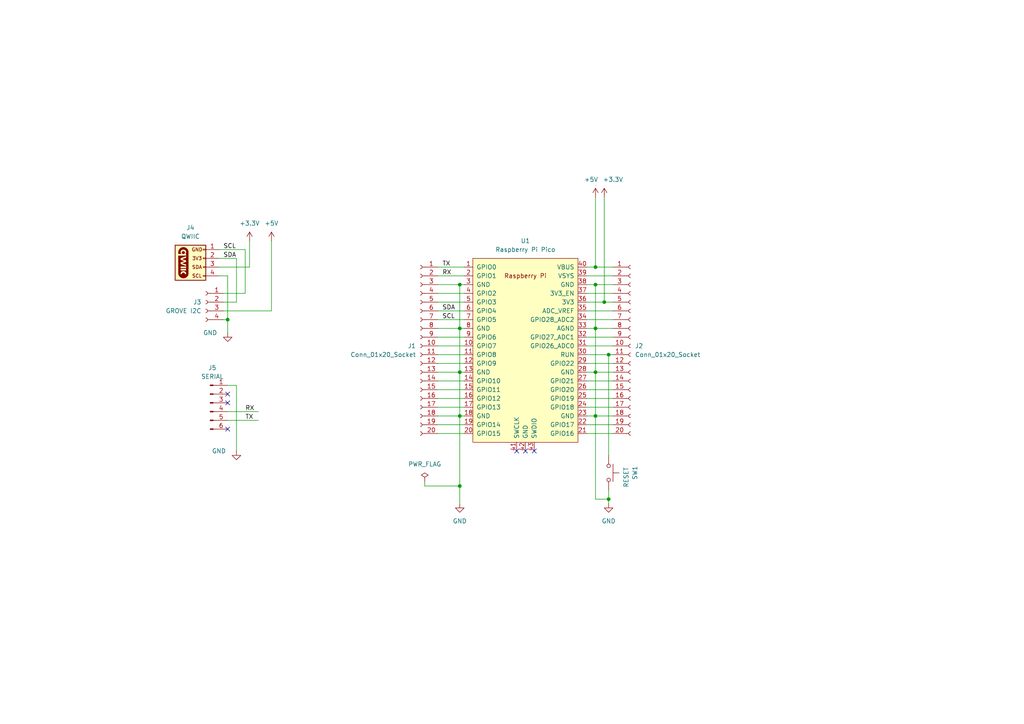
<source format=kicad_sch>
(kicad_sch (version 20230121) (generator eeschema)
  (paper "A4")
  (title_block (title "Raspberry Pi Pico Breadboard") (date "2024-10-26"))
  (lib_symbols
    (symbol "Connector:Conn_01x04_Socket" (pin_names (offset 1.016) hide)
      (property "Reference" "J" (at 0 5.08 0))
      (property "Value" "Conn_01x04_Socket" (at 0 -7.62 0))
      (symbol "Conn_01x04_Socket_1_1"
        (arc (start 0 -4.572) (mid -0.5058 -5.08) (end 0 -5.588) (stroke (width 0.1524)))
        (arc (start 0 -2.032) (mid -0.5058 -2.54) (end 0 -3.048) (stroke (width 0.1524)))
        (polyline (pts (xy -1.27 -5.08) (xy -0.508 -5.08)) (stroke (width 0.1524)))
        (polyline (pts (xy -1.27 -2.54) (xy -0.508 -2.54)) (stroke (width 0.1524)))
        (polyline (pts (xy -1.27 0) (xy -0.508 0)) (stroke (width 0.1524)))
        (polyline (pts (xy -1.27 2.54) (xy -0.508 2.54)) (stroke (width 0.1524)))
        (arc (start 0 0.508) (mid -0.5058 0) (end 0 -0.508) (stroke (width 0.1524)))
        (arc (start 0 3.048) (mid -0.5058 2.54) (end 0 2.032) (stroke (width 0.1524)))
        (pin passive line (at -5.08 2.54 0) (length 3.81) (name "Pin_1") (number "1"))
        (pin passive line (at -5.08 0 0) (length 3.81) (name "Pin_2") (number "2"))
        (pin passive line (at -5.08 -2.54 0) (length 3.81) (name "Pin_3") (number "3"))
        (pin passive line (at -5.08 -5.08 0) (length 3.81) (name "Pin_4") (number "4"))
      )
    )
    (symbol "Connector:Conn_01x06_Pin" (pin_names (offset 1.016) hide)
      (property "Reference" "J" (at 0 7.62 0))
      (property "Value" "Conn_01x06_Pin" (at 0 -10.16 0))
      (symbol "Conn_01x06_Pin_1_1"
        (polyline (pts (xy 1.27 -7.62) (xy 0.8636 -7.62)) (stroke (width 0.1524)))
        (polyline (pts (xy 1.27 -5.08) (xy 0.8636 -5.08)) (stroke (width 0.1524)))
        (polyline (pts (xy 1.27 -2.54) (xy 0.8636 -2.54)) (stroke (width 0.1524)))
        (polyline (pts (xy 1.27 0) (xy 0.8636 0)) (stroke (width 0.1524)))
        (polyline (pts (xy 1.27 2.54) (xy 0.8636 2.54)) (stroke (width 0.1524)))
        (polyline (pts (xy 1.27 5.08) (xy 0.8636 5.08)) (stroke (width 0.1524)))
        (rectangle (start 0.8636 -7.493) (end 0 -7.747) (stroke (width 0.1524)) (fill (type outline)))
        (rectangle (start 0.8636 -4.953) (end 0 -5.207) (stroke (width 0.1524)) (fill (type outline)))
        (rectangle (start 0.8636 -2.413) (end 0 -2.667) (stroke (width 0.1524)) (fill (type outline)))
        (rectangle (start 0.8636 0.127) (end 0 -0.127) (stroke (width 0.1524)) (fill (type outline)))
        (rectangle (start 0.8636 2.667) (end 0 2.413) (stroke (width 0.1524)) (fill (type outline)))
        (rectangle (start 0.8636 5.207) (end 0 4.953) (stroke (width 0.1524)) (fill (type outline)))
        (pin passive line (at 5.08 5.08 180) (length 3.81) (name "Pin_1") (number "1"))
        (pin passive line (at 5.08 2.54 180) (length 3.81) (name "Pin_2") (number "2"))
        (pin passive line (at 5.08 0 180) (length 3.81) (name "Pin_3") (number "3"))
        (pin passive line (at 5.08 -2.54 180) (length 3.81) (name "Pin_4") (number "4"))
        (pin passive line (at 5.08 -5.08 180) (length 3.81) (name "Pin_5") (number "5"))
        (pin passive line (at 5.08 -7.62 180) (length 3.81) (name "Pin_6") (number "6"))
      )
    )
    (symbol "Connector:Conn_01x20_Socket" (pin_names (offset 1.016) hide)
      (property "Reference" "J" (at 0 25.4 0))
      (property "Value" "Conn_01x20_Socket" (at 0 -27.94 0))
      (symbol "Conn_01x20_Socket_1_1"
        (arc (start 0 -24.892) (mid -0.5058 -25.4) (end 0 -25.908) (stroke (width 0.1524)))
        (arc (start 0 -22.352) (mid -0.5058 -22.86) (end 0 -23.368) (stroke (width 0.1524)))
        (arc (start 0 -19.812) (mid -0.5058 -20.32) (end 0 -20.828) (stroke (width 0.1524)))
        (arc (start 0 -17.272) (mid -0.5058 -17.78) (end 0 -18.288) (stroke (width 0.1524)))
        (arc (start 0 -14.732) (mid -0.5058 -15.24) (end 0 -15.748) (stroke (width 0.1524)))
        (arc (start 0 -12.192) (mid -0.5058 -12.7) (end 0 -13.208) (stroke (width 0.1524)))
        (arc (start 0 -9.652) (mid -0.5058 -10.16) (end 0 -10.668) (stroke (width 0.1524)))
        (arc (start 0 -7.112) (mid -0.5058 -7.62) (end 0 -8.128) (stroke (width 0.1524)))
        (arc (start 0 -4.572) (mid -0.5058 -5.08) (end 0 -5.588) (stroke (width 0.1524)))
        (arc (start 0 -2.032) (mid -0.5058 -2.54) (end 0 -3.048) (stroke (width 0.1524)))
        (polyline (pts (xy -1.27 -25.4) (xy -0.508 -25.4)) (stroke (width 0.1524)))
        (polyline (pts (xy -1.27 -22.86) (xy -0.508 -22.86)) (stroke (width 0.1524)))
        (polyline (pts (xy -1.27 -20.32) (xy -0.508 -20.32)) (stroke (width 0.1524)))
        (polyline (pts (xy -1.27 -17.78) (xy -0.508 -17.78)) (stroke (width 0.1524)))
        (polyline (pts (xy -1.27 -15.24) (xy -0.508 -15.24)) (stroke (width 0.1524)))
        (polyline (pts (xy -1.27 -12.7) (xy -0.508 -12.7)) (stroke (width 0.1524)))
        (polyline (pts (xy -1.27 -10.16) (xy -0.508 -10.16)) (stroke (width 0.1524)))
        (polyline (pts (xy -1.27 -7.62) (xy -0.508 -7.62)) (stroke (width 0.1524)))
        (polyline (pts (xy -1.27 -5.08) (xy -0.508 -5.08)) (stroke (width 0.1524)))
        (polyline (pts (xy -1.27 -2.54) (xy -0.508 -2.54)) (stroke (width 0.1524)))
        (polyline (pts (xy -1.27 0) (xy -0.508 0)) (stroke (width 0.1524)))
        (polyline (pts (xy -1.27 2.54) (xy -0.508 2.54)) (stroke (width 0.1524)))
        (polyline (pts (xy -1.27 5.08) (xy -0.508 5.08)) (stroke (width 0.1524)))
        (polyline (pts (xy -1.27 7.62) (xy -0.508 7.62)) (stroke (width 0.1524)))
        (polyline (pts (xy -1.27 10.16) (xy -0.508 10.16)) (stroke (width 0.1524)))
        (polyline (pts (xy -1.27 12.7) (xy -0.508 12.7)) (stroke (width 0.1524)))
        (polyline (pts (xy -1.27 15.24) (xy -0.508 15.24)) (stroke (width 0.1524)))
        (polyline (pts (xy -1.27 17.78) (xy -0.508 17.78)) (stroke (width 0.1524)))
        (polyline (pts (xy -1.27 20.32) (xy -0.508 20.32)) (stroke (width 0.1524)))
        (polyline (pts (xy -1.27 22.86) (xy -0.508 22.86)) (stroke (width 0.1524)))
        (arc (start 0 0.508) (mid -0.5058 0) (end 0 -0.508) (stroke (width 0.1524)))
        (arc (start 0 3.048) (mid -0.5058 2.54) (end 0 2.032) (stroke (width 0.1524)))
        (arc (start 0 5.588) (mid -0.5058 5.08) (end 0 4.572) (stroke (width 0.1524)))
        (arc (start 0 8.128) (mid -0.5058 7.62) (end 0 7.112) (stroke (width 0.1524)))
        (arc (start 0 10.668) (mid -0.5058 10.16) (end 0 9.652) (stroke (width 0.1524)))
        (arc (start 0 13.208) (mid -0.5058 12.7) (end 0 12.192) (stroke (width 0.1524)))
        (arc (start 0 15.748) (mid -0.5058 15.24) (end 0 14.732) (stroke (width 0.1524)))
        (arc (start 0 18.288) (mid -0.5058 17.78) (end 0 17.272) (stroke (width 0.1524)))
        (arc (start 0 20.828) (mid -0.5058 20.32) (end 0 19.812) (stroke (width 0.1524)))
        (arc (start 0 23.368) (mid -0.5058 22.86) (end 0 22.352) (stroke (width 0.1524)))
        (pin passive line (at -5.08 22.86 0) (length 3.81) (name "Pin_1") (number "1"))
        (pin passive line (at -5.08 0 0) (length 3.81) (name "Pin_10") (number "10"))
        (pin passive line (at -5.08 -2.54 0) (length 3.81) (name "Pin_11") (number "11"))
        (pin passive line (at -5.08 -5.08 0) (length 3.81) (name "Pin_12") (number "12"))
        (pin passive line (at -5.08 -7.62 0) (length 3.81) (name "Pin_13") (number "13"))
        (pin passive line (at -5.08 -10.16 0) (length 3.81) (name "Pin_14") (number "14"))
        (pin passive line (at -5.08 -12.7 0) (length 3.81) (name "Pin_15") (number "15"))
        (pin passive line (at -5.08 -15.24 0) (length 3.81) (name "Pin_16") (number "16"))
        (pin passive line (at -5.08 -17.78 0) (length 3.81) (name "Pin_17") (number "17"))
        (pin passive line (at -5.08 -20.32 0) (length 3.81) (name "Pin_18") (number "18"))
        (pin passive line (at -5.08 -22.86 0) (length 3.81) (name "Pin_19") (number "19"))
        (pin passive line (at -5.08 20.32 0) (length 3.81) (name "Pin_2") (number "2"))
        (pin passive line (at -5.08 -25.4 0) (length 3.81) (name "Pin_20") (number "20"))
        (pin passive line (at -5.08 17.78 0) (length 3.81) (name "Pin_3") (number "3"))
        (pin passive line (at -5.08 15.24 0) (length 3.81) (name "Pin_4") (number "4"))
        (pin passive line (at -5.08 12.7 0) (length 3.81) (name "Pin_5") (number "5"))
        (pin passive line (at -5.08 10.16 0) (length 3.81) (name "Pin_6") (number "6"))
        (pin passive line (at -5.08 7.62 0) (length 3.81) (name "Pin_7") (number "7"))
        (pin passive line (at -5.08 5.08 0) (length 3.81) (name "Pin_8") (number "8"))
        (pin passive line (at -5.08 2.54 0) (length 3.81) (name "Pin_9") (number "9"))
      )
    )
    (symbol "RpiPico:Pico" (pin_names (offset 1.016))
      (property "Reference" "U" (at -13.97 27.94 0))
      (property "Value" "Pico" (at 0 19.05 0))
      (symbol "Pico_0_0"
        (text "Raspberry Pi" (at 0 21.59 0) (effects (font (size 1.27 1.27))))
      )
      (symbol "Pico_0_1"
        (rectangle (start -15.24 26.67) (end 15.24 -26.67) (fill (type background)))
      )
      (symbol "Pico_1_1"
        (pin bidirectional line (at -17.78 24.13 0) (length 2.54) (name "GPIO0") (number "1"))
        (pin bidirectional line (at -17.78 1.27 0) (length 2.54) (name "GPIO7") (number "10"))
        (pin bidirectional line (at -17.78 -1.27 0) (length 2.54) (name "GPIO8") (number "11"))
        (pin bidirectional line (at -17.78 -3.81 0) (length 2.54) (name "GPIO9") (number "12"))
        (pin power_in line (at -17.78 -6.35 0) (length 2.54) (name "GND") (number "13"))
        (pin bidirectional line (at -17.78 -8.89 0) (length 2.54) (name "GPIO10") (number "14"))
        (pin bidirectional line (at -17.78 -11.43 0) (length 2.54) (name "GPIO11") (number "15"))
        (pin bidirectional line (at -17.78 -13.97 0) (length 2.54) (name "GPIO12") (number "16"))
        (pin bidirectional line (at -17.78 -16.51 0) (length 2.54) (name "GPIO13") (number "17"))
        (pin power_in line (at -17.78 -19.05 0) (length 2.54) (name "GND") (number "18"))
        (pin bidirectional line (at -17.78 -21.59 0) (length 2.54) (name "GPIO14") (number "19"))
        (pin bidirectional line (at -17.78 21.59 0) (length 2.54) (name "GPIO1") (number "2"))
        (pin bidirectional line (at -17.78 -24.13 0) (length 2.54) (name "GPIO15") (number "20"))
        (pin bidirectional line (at 17.78 -24.13 180) (length 2.54) (name "GPIO16") (number "21"))
        (pin bidirectional line (at 17.78 -21.59 180) (length 2.54) (name "GPIO17") (number "22"))
        (pin power_in line (at 17.78 -19.05 180) (length 2.54) (name "GND") (number "23"))
        (pin bidirectional line (at 17.78 -16.51 180) (length 2.54) (name "GPIO18") (number "24"))
        (pin bidirectional line (at 17.78 -13.97 180) (length 2.54) (name "GPIO19") (number "25"))
        (pin bidirectional line (at 17.78 -11.43 180) (length 2.54) (name "GPIO20") (number "26"))
        (pin bidirectional line (at 17.78 -8.89 180) (length 2.54) (name "GPIO21") (number "27"))
        (pin power_in line (at 17.78 -6.35 180) (length 2.54) (name "GND") (number "28"))
        (pin bidirectional line (at 17.78 -3.81 180) (length 2.54) (name "GPIO22") (number "29"))
        (pin power_in line (at -17.78 19.05 0) (length 2.54) (name "GND") (number "3"))
        (pin input line (at 17.78 -1.27 180) (length 2.54) (name "RUN") (number "30"))
        (pin bidirectional line (at 17.78 1.27 180) (length 2.54) (name "GPIO26_ADC0") (number "31"))
        (pin bidirectional line (at 17.78 3.81 180) (length 2.54) (name "GPIO27_ADC1") (number "32"))
        (pin power_in line (at 17.78 6.35 180) (length 2.54) (name "AGND") (number "33"))
        (pin bidirectional line (at 17.78 8.89 180) (length 2.54) (name "GPIO28_ADC2") (number "34"))
        (pin passive line (at 17.78 11.43 180) (length 2.54) (name "ADC_VREF") (number "35"))
        (pin power_out line (at 17.78 13.97 180) (length 2.54) (name "3V3") (number "36"))
        (pin input line (at 17.78 16.51 180) (length 2.54) (name "3V3_EN") (number "37"))
        (pin power_in line (at 17.78 19.05 180) (length 2.54) (name "GND") (number "38"))
        (pin passive line (at 17.78 21.59 180) (length 2.54) (name "VSYS") (number "39"))
        (pin bidirectional line (at -17.78 16.51 0) (length 2.54) (name "GPIO2") (number "4"))
        (pin power_out line (at 17.78 24.13 180) (length 2.54) (name "VBUS") (number "40"))
        (pin input line (at -2.54 -29.21 90) (length 2.54) (name "SWCLK") (number "41"))
        (pin power_in line (at 0 -29.21 90) (length 2.54) (name "GND") (number "42"))
        (pin bidirectional line (at 2.54 -29.21 90) (length 2.54) (name "SWDIO") (number "43"))
        (pin bidirectional line (at -17.78 13.97 0) (length 2.54) (name "GPIO3") (number "5"))
        (pin bidirectional line (at -17.78 11.43 0) (length 2.54) (name "GPIO4") (number "6"))
        (pin bidirectional line (at -17.78 8.89 0) (length 2.54) (name "GPIO5") (number "7"))
        (pin power_in line (at -17.78 6.35 0) (length 2.54) (name "GND") (number "8"))
        (pin bidirectional line (at -17.78 3.81 0) (length 2.54) (name "GPIO6") (number "9"))
      )
    )
    (symbol "Sparkfun_conn:Qwiic_Right_Angle" (pin_names (offset 1.016) hide)
      (property "Reference" "J" (at 0 5.08 0))
      (property "Value" "Qwiic_RA" (at 0 -7.62 0))
      (symbol "Qwiic_Right_Angle_0_0"
        (polyline (pts (xy 5.6514 -4.1459) (xy 5.6299 -4.0654) (xy 5.5924 -3.9985) (xy 5.5373 -3.9428) (xy 5.4632 -3.8962) (xy 5.4394 -3.8843) (xy 5.402 -3.8678) (xy 5.3681 -3.8578) (xy 5.3294 -3.8521) (xy 5.2774 -3.8485) (xy 5.2184 -3.8474) (xy 5.1227 -3.8564) (xy 5.0405 -3.8803) (xy 4.9695 -3.9199) (xy 4.9078 -3.9759) (xy 4.8937 -3.9923) (xy 4.8535 -4.0549) (xy 4.8308 -4.124) (xy 4.8237 -4.2048) (xy 4.8239 -4.222) (xy 4.8343 -4.3011) (xy 4.8608 -4.3692) (xy 4.9051 -4.4308) (xy 4.9328 -4.4589) (xy 5.0009 -4.509) (xy 5.0793 -4.5424) (xy 5.1699 -4.5595) (xy 5.2745 -4.5612) (xy 5.3262 -4.5564) (xy 5.4199 -4.5347) (xy 5.4992 -4.4971) (xy 5.5638 -4.444) (xy 5.6131 -4.3757) (xy 5.6467 -4.2926) (xy 5.65 -4.2788) (xy 5.656 -4.2325) (xy 5.6563 -4.1875) (xy 5.6514 -4.1459)) (stroke (width 0.01)) (fill (type outline)))
        (polyline (pts (xy 6.6693 -0.6791) (xy 6.666 1.9332) (xy 6.6418 2.0386) (xy 6.6301 2.0866) (xy 6.5791 2.2527) (xy 6.5141 2.404) (xy 6.4337 2.5432) (xy 6.3364 2.673) (xy 6.2208 2.7959) (xy 6.1699 2.8428) (xy 6.0305 2.9527) (xy 5.8839 3.0422) (xy 5.7295 3.1115) (xy 5.5668 3.1608) (xy 5.3953 3.1902) (xy 5.2146 3.1999) (xy 5.1695 3.1994) (xy 5.0056 3.1868) (xy 4.8507 3.1568) (xy 4.7006 3.1083) (xy 4.5508 3.0404) (xy 4.5104 3.0187) (xy 4.3609 2.9237) (xy 4.2262 2.8129) (xy 4.1067 2.6872) (xy 4.0032 2.5475) (xy 3.9162 2.3947) (xy 3.8466 2.2295) (xy 3.7947 2.0528) (xy 3.7931 2.0453) (xy 3.7912 2.0356) (xy 3.7895 2.0242) (xy 3.7879 2.0106) (xy 3.7864 1.9938) (xy 3.785 1.9733) (xy 3.7837 1.9481) (xy 3.7825 1.9176) (xy 3.7815 1.8811) (xy 3.7805 1.8377) (xy 3.7796 1.7868) (xy 3.7789 1.7275) (xy 3.7781 1.6592) (xy 3.7775 1.5811) (xy 3.777 1.4925) (xy 3.7765 1.3925) (xy 3.7761 1.2805) (xy 3.7757 1.1557) (xy 3.7754 1.0174) (xy 3.7751 0.8648) (xy 3.7749 0.6972) (xy 3.7748 0.5138) (xy 3.7746 0.3139) (xy 3.7745 0.0967) (xy 3.7745 -0.1385) (xy 3.7744 -0.3925) (xy 3.7744 -0.666) (xy 3.7744 -0.9597) (xy 3.7744 -1.2744) (xy 3.7744 -4.5147) (xy 3.8041 -4.6318) (xy 3.8237 -4.7026) (xy 3.8837 -4.868) (xy 3.9606 -5.0206) (xy 4.0556 -5.1623) (xy 4.1695 -5.2947) (xy 4.2945 -5.4115) (xy 4.4355 -5.5159) (xy 4.5859 -5.6007) (xy 4.7459 -5.6661) (xy 4.916 -5.7122) (xy 5.0965 -5.7394) (xy 5.2571 -5.7442) (xy 5.4226 -5.7293) (xy 5.5891 -5.6949) (xy 5.7533 -5.6416) (xy 5.8236 -5.6121) (xy 5.9729 -5.5329) (xy 6.1112 -5.4365) (xy 6.237 -5.3244) (xy 6.3494 -5.1984) (xy 6.4469 -5.0601) (xy 6.5284 -4.9112) (xy 6.5926 -4.7532) (xy 6.6384 -4.5879) (xy 6.6645 -4.4168) (xy 6.6652 -4.405) (xy 6.6664 -4.3703) (xy 6.6676 -4.3199) (xy 6.6687 -4.2572) (xy 6.6696 -4.1859) (xy 6.6703 -4.1097) (xy 6.6721 -3.846) (xy 6.2655 -3.846) (xy 5.8589 -3.846) (xy 5.9219 -3.9104) (xy 5.9349 -3.9241) (xy 6.0001 -4.0112) (xy 6.0471 -4.1097) (xy 6.0754 -4.2189) (xy 6.085 -4.338) (xy 6.0781 -4.4509) (xy 6.0523 -4.5755) (xy 6.0066 -4.6941) (xy 5.952 -4.7864) (xy 5.8765 -4.8752) (xy 5.7858 -4.9517) (xy 5.6826 -5.0132) (xy 5.6313 -5.0372) (xy 5.5644 -5.0638) (xy 5.4981 -5.0834) (xy 5.4249 -5.0981) (xy 5.3375 -5.1098) (xy 5.2452 -5.1158) (xy 5.122 -5.1113) (xy 5.0004 -5.0938) (xy 4.8864 -5.0641) (xy 4.7856 -5.0232) (xy 4.6831 -4.9619) (xy 4.5878 -4.8817) (xy 4.5089 -4.7878) (xy 4.4472 -4.6811) (xy 4.4036 -4.5627) (xy 4.4031 -4.5611) (xy 4.3912 -4.4987) (xy 4.3845 -4.4244) (xy 4.3831 -4.3446) (xy 4.3869 -4.2661) (xy 4.3957 -4.1956) (xy 4.4094 -4.1396) (xy 4.4322 -4.082) (xy 4.485 -3.9879) (xy 4.5552 -3.9031) (xy 4.6109 -3.846) (xy 4.5052 -3.846) (xy 4.3996 -3.846) (xy 4.3996 -3.5687) (xy 4.3996 -3.2914) (xy 4.405 -3.2914) (xy 4.405 -3.2023) (xy 4.4021 -2.9296) (xy 4.4018 -2.8964) (xy 4.4015 -2.8076) (xy 4.4023 -2.7393) (xy 4.4041 -2.6908) (xy 4.407 -2.6611) (xy 4.4111 -2.6495) (xy 4.4137 -2.6484) (xy 4.434 -2.6418) (xy 4.4723 -2.6298) (xy 4.5268 -2.6132) (xy 4.5954 -2.5924) (xy 4.6761 -2.5683) (xy 4.767 -2.5412) (xy 4.866 -2.5118) (xy 4.9713 -2.4808) (xy 5.0173 -2.4672) (xy 5.119 -2.4369) (xy 5.2131 -2.4086) (xy 5.2977 -2.3828) (xy 5.3709 -2.3601) (xy 5.4307 -2.3411) (xy 5.4753 -2.3264) (xy 5.5029 -2.3166) (xy 5.5114 -2.3123) (xy 5.505 -2.3098) (xy 5.4796 -2.3016) (xy 5.4371 -2.2885) (xy 5.3794 -2.2711) (xy 5.3088 -2.2502) (xy 5.2275 -2.2264) (xy 5.1375 -2.2002) (xy 5.0411 -2.1724) (xy 4.9851 -2.1562) (xy 4.8864 -2.1278) (xy 4.7926 -2.1007) (xy 4.7062 -2.0757) (xy 4.63 -2.0536) (xy 4.5666 -2.0351) (xy 4.5187 -2.0211) (xy 4.4891 -2.0123) (xy 4.3992 -1.9852) (xy 4.4021 -1.7229) (xy 4.405 -1.4606) (xy 4.5844 -1.4084) (xy 4.6163 -1.3992) (xy 4.7739 -1.3533) (xy 4.9121 -1.3131) (xy 5.0321 -1.278) (xy 5.1352 -1.2478) (xy 5.2224 -1.2221) (xy 5.2951 -1.2004) (xy 5.3545 -1.1824) (xy 5.4018 -1.1676) (xy 5.4382 -1.1558) (xy 5.465 -1.1465) (xy 5.4834 -1.1392) (xy 5.4945 -1.1338) (xy 5.4997 -1.1296) (xy 5.5001 -1.1264) (xy 5.497 -1.1238) (xy 5.4915 -1.1214) (xy 5.4896 -1.1207) (xy 5.4687 -1.114) (xy 5.4296 -1.1019) (xy 5.3743 -1.0851) (xy 5.3049 -1.0643) (xy 5.2237 -1.04) (xy 5.1326 -1.013) (xy 5.0339 -0.9838) (xy 4.9297 -0.9531) (xy 4.3996 -0.7973) (xy 4.3996 -0.533) (xy 4.3997 -0.479) (xy 4.4004 -0.4111) (xy 4.4015 -0.3532) (xy 4.4029 -0.3082) (xy 4.4047 -0.279) (xy 4.4066 -0.2687) (xy 4.409 -0.2694) (xy 4.4284 -0.2761) (xy 4.4661 -0.2895) (xy 4.5204 -0.309) (xy 4.5899 -0.3341) (xy 4.6729 -0.3642) (xy 4.7681 -0.3988) (xy 4.8737 -0.4372) (xy 4.9883 -0.479) (xy 5.1104 -0.5236) (xy 5.2384 -0.5703) (xy 6.0632 -0.872) (xy 6.0632 -0.1926) (xy 5.2314 -0.1926) (xy 4.3996 -0.1926) (xy 4.3996 0.0793) (xy 4.3996 0.3511) (xy 5.2314 0.3511) (xy 6.0632 0.3511) (xy 6.0632 0.4598) (xy 5.2314 0.4598) (xy 4.3996 0.4598) (xy 4.3996 0.7317) (xy 4.3996 1.0035) (xy 5.2314 1.0035) (xy 5.2368 1.0035) (xy 5.2368 1.1177) (xy 5.1465 1.1192) (xy 5.0667 1.1248) (xy 4.9975 1.1357) (xy 4.9332 1.1532) (xy 4.8683 1.1784) (xy 4.7971 1.2126) (xy 4.7662 1.2298) (xy 4.6808 1.2903) (xy 4.6008 1.3651) (xy 4.5314 1.4489) (xy 4.4781 1.5363) (xy 4.4686 1.5557) (xy 4.4306 1.6462) (xy 4.4052 1.7353) (xy 4.3905 1.8304) (xy 4.385 1.9386) (xy 4.3833 2.0745) (xy 4.6089 2.0775) (xy 4.8345 2.0804) (xy 4.8348 1.9959) (xy 4.8368 1.9483) (xy 4.8488 1.8858) (xy 4.8738 1.8316) (xy 4.9144 1.7788) (xy 4.9734 1.7289) (xy 5.0458 1.6921) (xy 5.1277 1.6689) (xy 5.215 1.6593) (xy 5.3038 1.6635) (xy 5.3902 1.6815) (xy 5.4702 1.7136) (xy 5.54 1.7597) (xy 5.5733 1.7923) (xy 5.6073 1.844) (xy 5.628 1.9066) (xy 5.6372 1.9843) (xy 5.6418 2.0804) (xy 5.8607 2.0775) (xy 6.0795 2.0745) (xy 6.0811 1.9712) (xy 6.0811 1.9207) (xy 6.0739 1.8134) (xy 6.0554 1.7157) (xy 6.024 1.6204) (xy 5.9781 1.5204) (xy 5.9341 1.4457) (xy 5.8571 1.3499) (xy 5.7651 1.2695) (xy 5.6591 1.2056) (xy 5.6251 1.1892) (xy 5.5646 1.1627) (xy 5.5097 1.1435) (xy 5.4549 1.1305) (xy 5.3948 1.1226) (xy 5.3239 1.1188) (xy 5.2368 1.1177) (xy 5.2368 1.0035) (xy 6.0632 1.0035) (xy 6.0632 0.7317) (xy 6.0632 0.4598) (xy 6.0632 0.3511) (xy 6.0632 0.0793) (xy 6.0632 -0.1926) (xy 6.0632 -0.872) (xy 6.0632 -1.1439) (xy 6.0632 -1.4158) (xy 5.552 -1.5728) (xy 5.5357 -1.5778) (xy 5.4361 -1.6086) (xy 5.3436 -1.6376) (xy 5.2603 -1.6641) (xy 5.1881 -1.6874) (xy 5.129 -1.707) (xy 5.0848 -1.7222) (xy 5.0575 -1.7324) (xy 5.0491 -1.7369) (xy 5.0493 -1.737) (xy 5.0624 -1.742) (xy 5.094 -1.7527) (xy 5.1423 -1.7684) (xy 5.2051 -1.7886) (xy 5.2803 -1.8124) (xy 5.3659 -1.8394) (xy 5.46 -1.8688) (xy 5.5603 -1.9) (xy 6.0632 -2.0559) (xy 6.063 -2.3284) (xy 6.0628 -2.601) (xy 5.2339 -2.9017) (xy 4.405 -3.2023) (xy 4.405 -3.2914) (xy 5.5361 -3.2914) (xy 6.6725 -3.2914) (xy 6.6693 -0.6791)) (stroke (width 0.01)) (fill (type outline)))
      )
      (symbol "Qwiic_Right_Angle_1_1"
        (rectangle (start -1.27 -4.953) (end -0.508 -5.207) (stroke (width 0.1524)))
        (rectangle (start -1.27 -2.413) (end -0.508 -2.667) (stroke (width 0.1524)))
        (rectangle (start -1.27 0.127) (end -0.508 -0.127) (stroke (width 0.1524)))
        (rectangle (start -1.27 2.667) (end -0.508 2.413) (stroke (width 0.1524)))
        (rectangle (start -1.27 3.81) (end 7.62 -6.35) (stroke (width 0.254)) (fill (type background)))
        (text "3V3" (at 1.27 -2.54 0) (effects (font (size 1 1))))
        (text "GND" (at 1.27 -5.08 0) (effects (font (size 1 1))))
        (text "SCL" (at 1.27 2.54 0) (effects (font (size 1 1))))
        (text "SDA" (at 1.27 0 0) (effects (font (size 1 1))))
        (pin passive line (at -5.08 -5.08 0) (length 3.81) (name "Pin_1") (number "1"))
        (pin passive line (at -5.08 -2.54 0) (length 3.81) (name "Pin_2") (number "2"))
        (pin passive line (at -5.08 0 0) (length 3.81) (name "Pin_3") (number "3"))
        (pin passive line (at -5.08 2.54 0) (length 3.81) (name "Pin_4") (number "4"))
        (pin no_connect line (at 2.54 3.81 270) (length 2.54) hide (name "NC") (number "NC1"))
        (pin no_connect line (at 2.54 3.81 270) (length 2.54) hide (name "NC") (number "NC2"))
      )
    )
    (symbol "Switch:SW_Omron_B3FS" (pin_numbers hide) (pin_names (offset 1.016) hide)
      (property "Reference" "SW" (at 1.27 2.54 0))
      (property "Value" "SW_Omron_B3FS" (at 0 -1.524 0))
      (symbol "SW_Omron_B3FS_0_1"
        (circle (center -2.032 0) (radius 0.508))
        (polyline (pts (xy 0 1.27) (xy 0 3.048)))
        (polyline (pts (xy 2.54 1.27) (xy -2.54 1.27)))
        (circle (center 2.032 0) (radius 0.508))
        (pin passive line (at -5.08 0 0) (length 2.54) (name "1") (number "1"))
        (pin passive line (at 5.08 0 180) (length 2.54) (name "2") (number "2"))
      )
    )
    (symbol "power:+3.3V" (power) (pin_names (offset 0))
      (property "Value" "+3.3V" (at 0 3.556 0))
      (symbol "+3.3V_0_1"
        (polyline (pts (xy -0.762 1.27) (xy 0 2.54)))
        (polyline (pts (xy 0 0) (xy 0 2.54)))
        (polyline (pts (xy 0 2.54) (xy 0.762 1.27)))
      )
      (symbol "+3.3V_1_1"
        (pin power_in line (at 0 0 90) (length 0) hide (name "+3.3V") (number "1"))
      )
    )
    (symbol "power:+5V" (power) (pin_names (offset 0))
      (property "Value" "+5V" (at 0 3.556 0))
      (symbol "+5V_0_1"
        (polyline (pts (xy -0.762 1.27) (xy 0 2.54)))
        (polyline (pts (xy 0 0) (xy 0 2.54)))
        (polyline (pts (xy 0 2.54) (xy 0.762 1.27)))
      )
      (symbol "+5V_1_1"
        (pin power_in line (at 0 0 90) (length 0) hide (name "+5V") (number "1"))
      )
    )
    (symbol "power:GND" (power) (pin_names (offset 0))
      (property "Value" "GND" (at 0 -3.81 0))
      (symbol "GND_0_1"
        (polyline (pts (xy 0 0) (xy 0 -1.27) (xy 1.27 -1.27) (xy 0 -2.54) (xy -1.27 -1.27) (xy 0 -1.27)))
      )
      (symbol "GND_1_1"
        (pin power_in line (at 0 0 270) (length 0) hide (name "GND") (number "1"))
      )
    )
    (symbol "power:PWR_FLAG" (power) (pin_numbers hide) (pin_names (offset 0) hide)
      (property "Value" "PWR_FLAG" (at 0 3.81 0))
      (symbol "PWR_FLAG_0_0"
        (pin power_out line (at 0 0 90) (length 0) (name "pwr") (number "1"))
      )
      (symbol "PWR_FLAG_0_1"
        (polyline (pts (xy 0 0) (xy 0 1.27) (xy -1.016 1.905) (xy 0 2.54) (xy 1.016 1.905) (xy 0 1.27)))
      )
    )
  )
  (junction (at 133.35 120.65))
  (junction (at 172.72 95.25))
  (junction (at 172.72 107.95))
  (junction (at 175.26 87.63))
  (junction (at 133.35 95.25))
  (junction (at 172.72 82.55))
  (junction (at 133.35 82.55))
  (junction (at 176.53 102.87))
  (junction (at 66.04 92.71))
  (junction (at 172.72 77.47))
  (junction (at 172.72 120.65))
  (junction (at 133.35 140.97))
  (junction (at 176.53 144.78))
  (junction (at 133.35 107.95))
  (no_connect (at 66.04 116.84))
  (no_connect (at 152.4 130.81))
  (no_connect (at 66.04 114.3))
  (no_connect (at 149.86 130.81))
  (no_connect (at 66.04 124.46))
  (no_connect (at 154.94 130.81))
  (wire (pts (xy 172.72 120.65) (xy 170.18 120.65)))
  (wire (pts (xy 72.39 69.85) (xy 72.39 77.47)))
  (wire (pts (xy 177.8 107.95) (xy 172.72 107.95)))
  (wire (pts (xy 68.58 74.93) (xy 63.5 74.93)))
  (wire (pts (xy 175.26 87.63) (xy 170.18 87.63)))
  (wire (pts (xy 177.8 77.47) (xy 172.72 77.47)))
  (wire (pts (xy 177.8 115.57) (xy 170.18 115.57)))
  (wire (pts (xy 172.72 144.78) (xy 176.53 144.78)))
  (wire (pts (xy 64.77 90.17) (xy 78.74 90.17)))
  (wire (pts (xy 123.19 140.97) (xy 123.19 139.7)))
  (wire (pts (xy 133.35 140.97) (xy 123.19 140.97)))
  (wire (pts (xy 133.35 82.55) (xy 134.62 82.55)))
  (wire (pts (xy 172.72 120.65) (xy 172.72 144.78)))
  (wire (pts (xy 133.35 120.65) (xy 134.62 120.65)))
  (wire (pts (xy 66.04 80.01) (xy 66.04 92.71)))
  (wire (pts (xy 176.53 144.78) (xy 176.53 146.05)))
  (wire (pts (xy 172.72 107.95) (xy 170.18 107.95)))
  (wire (pts (xy 64.77 87.63) (xy 68.58 87.63)))
  (wire (pts (xy 127 110.49) (xy 134.62 110.49)))
  (wire (pts (xy 64.77 85.09) (xy 71.12 85.09)))
  (wire (pts (xy 172.72 77.47) (xy 170.18 77.47)))
  (wire (pts (xy 127 102.87) (xy 134.62 102.87)))
  (wire (pts (xy 63.5 72.39) (xy 71.12 72.39)))
  (wire (pts (xy 176.53 142.24) (xy 176.53 144.78)))
  (wire (pts (xy 172.72 95.25) (xy 172.72 107.95)))
  (wire (pts (xy 133.35 140.97) (xy 133.35 146.05)))
  (wire (pts (xy 177.8 120.65) (xy 172.72 120.65)))
  (wire (pts (xy 127 77.47) (xy 134.62 77.47)))
  (wire (pts (xy 127 92.71) (xy 134.62 92.71)))
  (wire (pts (xy 177.8 105.41) (xy 170.18 105.41)))
  (wire (pts (xy 133.35 95.25) (xy 133.35 107.95)))
  (wire (pts (xy 175.26 57.15) (xy 175.26 87.63)))
  (wire (pts (xy 127 115.57) (xy 134.62 115.57)))
  (wire (pts (xy 127 120.65) (xy 133.35 120.65)))
  (wire (pts (xy 127 95.25) (xy 133.35 95.25)))
  (wire (pts (xy 63.5 80.01) (xy 66.04 80.01)))
  (wire (pts (xy 133.35 120.65) (xy 133.35 140.97)))
  (wire (pts (xy 177.8 92.71) (xy 170.18 92.71)))
  (wire (pts (xy 177.8 85.09) (xy 170.18 85.09)))
  (wire (pts (xy 127 118.11) (xy 134.62 118.11)))
  (wire (pts (xy 127 125.73) (xy 134.62 125.73)))
  (wire (pts (xy 127 80.01) (xy 134.62 80.01)))
  (wire (pts (xy 133.35 107.95) (xy 134.62 107.95)))
  (wire (pts (xy 71.12 72.39) (xy 71.12 85.09)))
  (wire (pts (xy 127 90.17) (xy 134.62 90.17)))
  (wire (pts (xy 177.8 100.33) (xy 170.18 100.33)))
  (wire (pts (xy 133.35 107.95) (xy 133.35 120.65)))
  (wire (pts (xy 177.8 113.03) (xy 170.18 113.03)))
  (wire (pts (xy 66.04 119.38) (xy 74.93 119.38)))
  (wire (pts (xy 68.58 111.76) (xy 68.58 130.81)))
  (wire (pts (xy 177.8 110.49) (xy 170.18 110.49)))
  (wire (pts (xy 177.8 118.11) (xy 170.18 118.11)))
  (wire (pts (xy 127 87.63) (xy 134.62 87.63)))
  (wire (pts (xy 177.8 87.63) (xy 175.26 87.63)))
  (wire (pts (xy 127 82.55) (xy 133.35 82.55)))
  (wire (pts (xy 133.35 82.55) (xy 133.35 95.25)))
  (wire (pts (xy 177.8 97.79) (xy 170.18 97.79)))
  (wire (pts (xy 63.5 77.47) (xy 72.39 77.47)))
  (wire (pts (xy 170.18 102.87) (xy 176.53 102.87)))
  (wire (pts (xy 172.72 82.55) (xy 170.18 82.55)))
  (wire (pts (xy 177.8 95.25) (xy 172.72 95.25)))
  (wire (pts (xy 127 105.41) (xy 134.62 105.41)))
  (wire (pts (xy 66.04 111.76) (xy 68.58 111.76)))
  (wire (pts (xy 66.04 92.71) (xy 66.04 96.52)))
  (wire (pts (xy 177.8 82.55) (xy 172.72 82.55)))
  (wire (pts (xy 68.58 87.63) (xy 68.58 74.93)))
  (wire (pts (xy 177.8 125.73) (xy 170.18 125.73)))
  (wire (pts (xy 78.74 90.17) (xy 78.74 69.85)))
  (wire (pts (xy 127 123.19) (xy 134.62 123.19)))
  (wire (pts (xy 177.8 90.17) (xy 170.18 90.17)))
  (wire (pts (xy 133.35 95.25) (xy 134.62 95.25)))
  (wire (pts (xy 172.72 95.25) (xy 170.18 95.25)))
  (wire (pts (xy 127 97.79) (xy 134.62 97.79)))
  (wire (pts (xy 177.8 80.01) (xy 170.18 80.01)))
  (wire (pts (xy 172.72 82.55) (xy 172.72 95.25)))
  (wire (pts (xy 176.53 102.87) (xy 176.53 132.08)))
  (wire (pts (xy 177.8 102.87) (xy 176.53 102.87)))
  (wire (pts (xy 64.77 92.71) (xy 66.04 92.71)))
  (wire (pts (xy 127 107.95) (xy 133.35 107.95)))
  (wire (pts (xy 127 113.03) (xy 134.62 113.03)))
  (wire (pts (xy 127 85.09) (xy 134.62 85.09)))
  (wire (pts (xy 172.72 107.95) (xy 172.72 120.65)))
  (wire (pts (xy 127 100.33) (xy 134.62 100.33)))
  (wire (pts (xy 177.8 123.19) (xy 170.18 123.19)))
  (wire (pts (xy 66.04 121.92) (xy 74.93 121.92)))
  (wire (pts (xy 172.72 57.15) (xy 172.72 77.47)))
  (label "SDA" (at 128.27 90.17 0))
  (label "RX" (at 128.27 80.01 0))
  (label "SCL" (at 64.77 72.39 0))
  (label "SCL" (at 128.27 92.71 0))
  (label "TX" (at 128.27 77.47 0))
  (label "TX" (at 71.12 121.92 0))
  (label "RX" (at 71.12 119.38 0))
  (label "SDA" (at 64.77 74.93 0))
  (symbol (lib_id "power:+5V") (at 172.72 57.15 0) (unit 1)
    (property "Reference" "#PWR06" (effects hide))
    (property "Value" "+5V" (at 171.45 52.07 0))
  )
  (symbol (lib_id "RpiPico:Pico") (at 152.4 101.6 0) (unit 1)
    (property "Reference" "U1" (at 152.4 69.85 0))
    (property "Value" "Raspberry Pi Pico" (at 152.4 72.39 0))
    (property "Footprint" "local_footprint:RPi_Pico_SMD_TH" (effects hide))
  )
  (symbol (lib_id "power:GND") (at 176.53 146.05 0) (unit 1)
    (property "Reference" "#PWR05" (effects hide))
    (property "Value" "GND" (at 176.53 151.13 0))
  )
  (symbol (lib_id "Connector:Conn_01x06_Pin") (at 60.96 116.84 0) (unit 1)
    (property "Reference" "J5" (at 61.595 106.68 0))
    (property "Value" "SERIAL" (at 61.595 109.22 0))
    (property "Footprint" "Connector_PinHeader_2.54mm:PinHeader_1x06_P2.54mm_Horizontal" (effects hide))
  )
  (symbol (lib_id "Connector:Conn_01x20_Socket") (at 121.92 100.33 0) (mirror y) (unit 1)
    (property "Reference" "J1" (at 120.65 100.33 0) (effects (justify left)))
    (property "Value" "Conn_01x20_Socket" (at 120.65 102.87 0) (effects (justify left)))
    (property "Footprint" "Connector_PinSocket_2.54mm:PinSocket_1x20_P2.54mm_Vertical" (effects hide))
  )
  (symbol (lib_id "power:+3.3V") (at 175.26 57.15 0) (unit 1)
    (property "Reference" "#PWR02" (effects hide))
    (property "Value" "+3.3V" (at 177.8 52.07 0))
  )
  (symbol (lib_id "Connector:Conn_01x04_Socket") (at 59.69 87.63 0) (mirror y) (unit 1)
    (property "Reference" "J3" (at 58.42 87.63 0) (effects (justify left)))
    (property "Value" "GROVE I2C" (at 58.42 90.17 0) (effects (justify left)))
    (property "Footprint" "Connector:NS-Tech_Grove_1x04_P2mm_Vertical" (effects hide))
  )
  (symbol (lib_id "power:PWR_FLAG") (at 123.19 139.7 0) (unit 1)
    (property "Reference" "#FLG01" (effects hide))
    (property "Value" "PWR_FLAG" (at 123.19 134.62 0))
  )
  (symbol (lib_id "power:+3.3V") (at 72.39 69.85 0) (unit 1)
    (property "Reference" "#PWR01" (effects hide))
    (property "Value" "+3.3V" (at 72.39 64.77 0))
  )
  (symbol (lib_id "power:+5V") (at 78.74 69.85 0) (unit 1)
    (property "Reference" "#PWR07" (effects hide))
    (property "Value" "+5V" (at 78.74 64.77 0))
  )
  (symbol (lib_id "power:GND") (at 68.58 130.81 0) (unit 1)
    (property "Reference" "#PWR08" (effects hide))
    (property "Value" "GND" (at 63.5 130.81 0))
  )
  (symbol (lib_id "power:GND") (at 66.04 96.52 0) (unit 1)
    (property "Reference" "#PWR03" (effects hide))
    (property "Value" "GND" (at 60.96 96.52 0))
  )
  (symbol (lib_id "power:GND") (at 133.35 146.05 0) (unit 1)
    (property "Reference" "#PWR04" (effects hide))
    (property "Value" "GND" (at 133.35 151.13 0))
  )
  (symbol (lib_id "Switch:SW_Omron_B3FS") (at 176.53 137.16 270) (unit 1)
    (property "Reference" "SW1" (at 184.15 137.16 0))
    (property "Value" "RESET" (at 181.61 138.43 0))
    (property "Footprint" "Button_Switch_THT:SW_TH_Tactile_Omron_B3F-10xx" (effects hide))
    (property "Datasheet" "https://omronfs.omron.com/en_US/ecb/products/pdf/en-b3fs.pdf" (effects hide))
  )
  (symbol (lib_id "Sparkfun_conn:Qwiic_Right_Angle") (at 58.42 77.47 180) (unit 1)
    (property "Reference" "J4" (at 55.245 66.04 0))
    (property "Value" "QWIIC" (at 55.245 68.58 0))
    (property "Footprint" "sparkfun_conn:JST04_1MM_RA" (effects hide))
    (property "Datasheet" "https://www.jst-mfg.com/product/pdf/eng/eSH.pdf" (effects hide))
    (property "PROD_ID" "CONN-13694" (effects hide))
  )
  (symbol (lib_id "Connector:Conn_01x20_Socket") (at 182.88 100.33 0) (unit 1)
    (property "Reference" "J2" (at 184.15 100.33 0) (effects (justify left)))
    (property "Value" "Conn_01x20_Socket" (at 184.15 102.87 0) (effects (justify left)))
    (property "Footprint" "Connector_PinSocket_2.54mm:PinSocket_1x20_P2.54mm_Vertical" (effects hide))
  )
)
</source>
